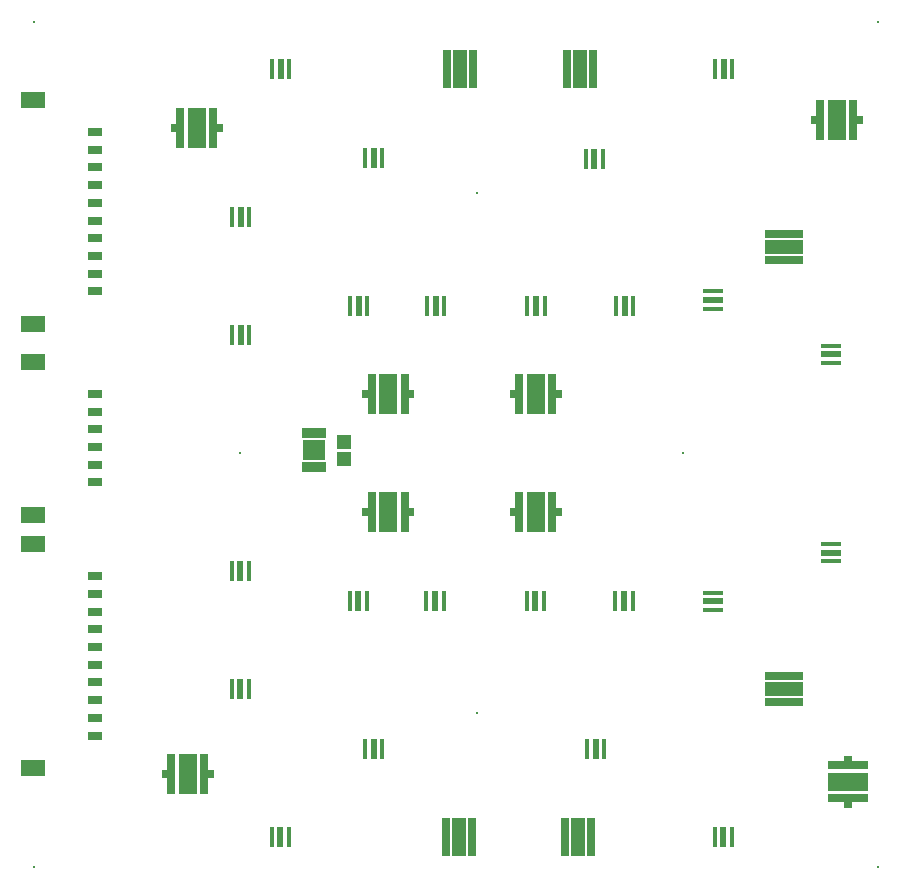
<source format=gts>
G04*
G04 #@! TF.GenerationSoftware,Altium Limited,Altium Designer,19.0.12 (326)*
G04*
G04 Layer_Color=8388736*
%FSLAX25Y25*%
%MOIN*%
G70*
G01*
G75*
%ADD35R,0.02769X0.13792*%
%ADD36R,0.05918X0.13792*%
%ADD37R,0.13792X0.02769*%
%ADD38R,0.13792X0.05918*%
%ADD39R,0.01378X0.07087*%
%ADD40R,0.02362X0.07087*%
%ADD41R,0.07087X0.01378*%
%ADD42R,0.07087X0.02362*%
%ADD43R,0.04540X0.04540*%
%ADD44R,0.01981X0.03753*%
%ADD45R,0.07690X0.06509*%
%ADD46R,0.02965X0.13005*%
%ADD47R,0.04934X0.13005*%
%ADD48R,0.13005X0.02965*%
%ADD49R,0.13005X0.04934*%
%ADD50R,0.04737X0.03162*%
%ADD51R,0.07887X0.05721*%
%ADD52R,0.02965X0.02769*%
%ADD53R,0.02769X0.02965*%
%ADD54R,0.00800X0.00800*%
D35*
X266512Y452756D02*
D03*
X255488D02*
D03*
X479839Y455500D02*
D03*
X468815D02*
D03*
X252488Y237500D02*
D03*
X263512D02*
D03*
X319291Y324803D02*
D03*
X330315D02*
D03*
X368504D02*
D03*
X379528D02*
D03*
Y364173D02*
D03*
X368504D02*
D03*
X330315D02*
D03*
X319291D02*
D03*
D36*
X261000Y452756D02*
D03*
X474327Y455500D02*
D03*
X258000Y237500D02*
D03*
X324803Y324803D02*
D03*
X374016D02*
D03*
Y364173D02*
D03*
X324803D02*
D03*
D37*
X478000Y229488D02*
D03*
Y240512D02*
D03*
D38*
Y235000D02*
D03*
D39*
X322854Y246061D02*
D03*
X317146D02*
D03*
X396806Y246000D02*
D03*
X391098D02*
D03*
X390646Y442500D02*
D03*
X396354D02*
D03*
X317146Y442913D02*
D03*
X322854D02*
D03*
X343307Y295276D02*
D03*
X337598D02*
D03*
X376772D02*
D03*
X371063D02*
D03*
X371260Y393701D02*
D03*
X376969D02*
D03*
X337795D02*
D03*
X343504D02*
D03*
X317717Y295276D02*
D03*
X312008D02*
D03*
X406299D02*
D03*
X400591D02*
D03*
X400787Y393701D02*
D03*
X406496D02*
D03*
X312205D02*
D03*
X317913D02*
D03*
X278346Y305118D02*
D03*
X272638D02*
D03*
X439370Y216535D02*
D03*
X433661D02*
D03*
X433857Y472441D02*
D03*
X439566D02*
D03*
X272835Y383858D02*
D03*
X278543D02*
D03*
X278346Y265748D02*
D03*
X272638D02*
D03*
X291732Y216535D02*
D03*
X286024D02*
D03*
X286220Y472441D02*
D03*
X291928D02*
D03*
X272835Y423228D02*
D03*
X278543D02*
D03*
D40*
X320000Y246061D02*
D03*
X393952Y246000D02*
D03*
X393500Y442500D02*
D03*
X320000Y442913D02*
D03*
X340453Y295276D02*
D03*
X373917D02*
D03*
X374114Y393701D02*
D03*
X340650D02*
D03*
X314862Y295276D02*
D03*
X403445D02*
D03*
X403642Y393701D02*
D03*
X315059D02*
D03*
X275492Y305118D02*
D03*
X436516Y216535D02*
D03*
X436712Y472441D02*
D03*
X275689Y383858D02*
D03*
X275492Y265748D02*
D03*
X288878Y216535D02*
D03*
X289074Y472441D02*
D03*
X275689Y423228D02*
D03*
D41*
X433071Y298031D02*
D03*
Y292323D02*
D03*
Y398425D02*
D03*
Y392717D02*
D03*
X472441Y314174D02*
D03*
Y308465D02*
D03*
Y380315D02*
D03*
Y374606D02*
D03*
D42*
X433071Y295177D02*
D03*
Y395571D02*
D03*
X472441Y311320D02*
D03*
Y377461D02*
D03*
D43*
X310236Y348130D02*
D03*
Y342421D02*
D03*
D44*
X297244Y339764D02*
D03*
X299213D02*
D03*
X301181D02*
D03*
X303150D02*
D03*
X297244Y351181D02*
D03*
X299213D02*
D03*
X301181D02*
D03*
X303150D02*
D03*
D45*
X300197Y345472D02*
D03*
D46*
X352599Y216535D02*
D03*
X343938D02*
D03*
X392520D02*
D03*
X383858D02*
D03*
X384409Y472441D02*
D03*
X393070D02*
D03*
X344488D02*
D03*
X353150D02*
D03*
D47*
X348268Y216535D02*
D03*
X388189D02*
D03*
X388739Y472441D02*
D03*
X348819D02*
D03*
D48*
X456693Y270079D02*
D03*
Y261417D02*
D03*
Y417717D02*
D03*
Y409055D02*
D03*
D49*
Y265748D02*
D03*
Y413386D02*
D03*
D50*
X227000Y303500D02*
D03*
Y297594D02*
D03*
Y250350D02*
D03*
Y256256D02*
D03*
Y262161D02*
D03*
Y268067D02*
D03*
Y273972D02*
D03*
Y279878D02*
D03*
Y285784D02*
D03*
Y291689D02*
D03*
Y364264D02*
D03*
Y358358D02*
D03*
Y352453D02*
D03*
Y346547D02*
D03*
Y340642D02*
D03*
Y334736D02*
D03*
Y451575D02*
D03*
Y445669D02*
D03*
Y398425D02*
D03*
Y404331D02*
D03*
Y410236D02*
D03*
Y416142D02*
D03*
Y422047D02*
D03*
Y427953D02*
D03*
Y433858D02*
D03*
Y439764D02*
D03*
D51*
X206528Y239602D02*
D03*
Y314248D02*
D03*
Y375012D02*
D03*
Y323988D02*
D03*
Y387677D02*
D03*
Y462323D02*
D03*
D52*
X253618Y452756D02*
D03*
X268382D02*
D03*
X466945Y455500D02*
D03*
X481709D02*
D03*
X265382Y237500D02*
D03*
X250618D02*
D03*
X332185Y324803D02*
D03*
X317421D02*
D03*
X381398D02*
D03*
X366634D02*
D03*
X366634Y364173D02*
D03*
X381398D02*
D03*
X317421D02*
D03*
X332185D02*
D03*
D53*
X478000Y242382D02*
D03*
Y227618D02*
D03*
D54*
X488189Y488189D02*
D03*
X206693D02*
D03*
X488189Y206693D02*
D03*
X206693D02*
D03*
X275590Y344488D02*
D03*
X354331Y257874D02*
D03*
X423228Y344488D02*
D03*
X354331Y431102D02*
D03*
M02*

</source>
